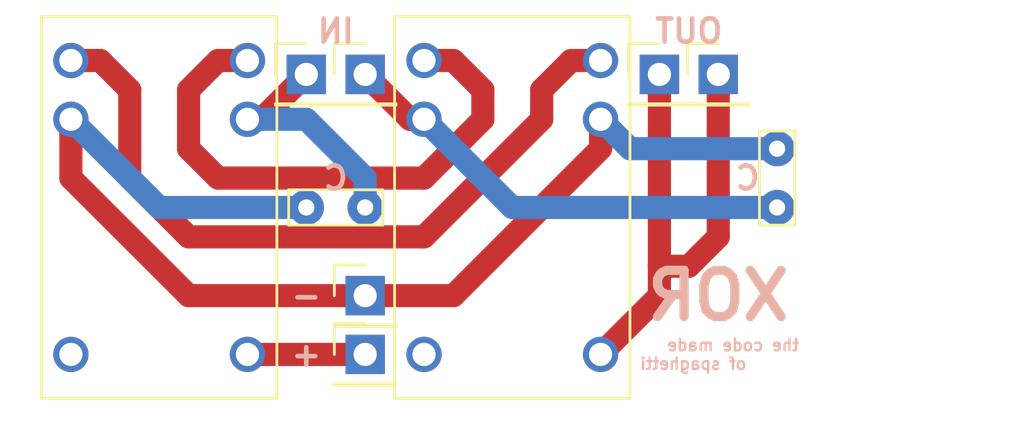
<source format=kicad_pcb>
(kicad_pcb (version 20171130) (host pcbnew "(5.1.6)-1")

  (general
    (thickness 1.6)
    (drawings 14)
    (tracks 45)
    (zones 0)
    (modules 10)
    (nets 2)
  )

  (page A4)
  (layers
    (0 F.Cu signal)
    (31 B.Cu signal)
    (32 B.Adhes user)
    (33 F.Adhes user)
    (34 B.Paste user)
    (35 F.Paste user)
    (36 B.SilkS user)
    (37 F.SilkS user)
    (38 B.Mask user)
    (39 F.Mask user)
    (40 Dwgs.User user)
    (41 Cmts.User user)
    (42 Eco1.User user)
    (43 Eco2.User user)
    (44 Edge.Cuts user)
    (45 Margin user)
    (46 B.CrtYd user)
    (47 F.CrtYd user)
    (48 B.Fab user)
    (49 F.Fab user)
  )

  (setup
    (last_trace_width 1)
    (user_trace_width 1)
    (trace_clearance 0.2)
    (zone_clearance 0.508)
    (zone_45_only no)
    (trace_min 0.2)
    (via_size 0.8)
    (via_drill 0.4)
    (via_min_size 0.4)
    (via_min_drill 0.3)
    (user_via 0.5 0.32)
    (user_via 2 1)
    (uvia_size 0.3)
    (uvia_drill 0.1)
    (uvias_allowed no)
    (uvia_min_size 0.2)
    (uvia_min_drill 0.1)
    (edge_width 0.05)
    (segment_width 0.2)
    (pcb_text_width 0.3)
    (pcb_text_size 1.5 1.5)
    (mod_edge_width 0.12)
    (mod_text_size 1 1)
    (mod_text_width 0.15)
    (pad_size 1.7 1.7)
    (pad_drill 1)
    (pad_to_mask_clearance 0.05)
    (aux_axis_origin 0 0)
    (visible_elements 7FFFFFFF)
    (pcbplotparams
      (layerselection 0x010fc_ffffffff)
      (usegerberextensions false)
      (usegerberattributes true)
      (usegerberadvancedattributes true)
      (creategerberjobfile true)
      (excludeedgelayer true)
      (linewidth 0.100000)
      (plotframeref false)
      (viasonmask false)
      (mode 1)
      (useauxorigin false)
      (hpglpennumber 1)
      (hpglpenspeed 20)
      (hpglpendiameter 15.000000)
      (psnegative false)
      (psa4output false)
      (plotreference true)
      (plotvalue true)
      (plotinvisibletext false)
      (padsonsilk false)
      (subtractmaskfromsilk false)
      (outputformat 1)
      (mirror false)
      (drillshape 1)
      (scaleselection 1)
      (outputdirectory ""))
  )

  (net 0 "")
  (net 1 GND)

  (net_class Default "This is the default net class."
    (clearance 0.2)
    (trace_width 0.25)
    (via_dia 0.8)
    (via_drill 0.4)
    (uvia_dia 0.3)
    (uvia_drill 0.1)
  )

  (module MiyakeFootprintLib:Condensor (layer F.Cu) (tedit 5ED1E7C6) (tstamp 5ED28E89)
    (at 106.68 80.01 90)
    (fp_text reference REF** (at 1.27 3.04 90) (layer F.Fab)
      (effects (font (size 1 1) (thickness 0.15)))
    )
    (fp_text value Condensor (at 1.27 2.04 90) (layer F.Fab)
      (effects (font (size 1 1) (thickness 0.15)))
    )
    (fp_line (start -0.762 -0.762) (end 3.302 -0.762) (layer F.SilkS) (width 0.12))
    (fp_line (start 3.302 -0.762) (end 3.302 0.762) (layer F.SilkS) (width 0.12))
    (fp_line (start 3.302 0.762) (end -0.762 0.762) (layer F.SilkS) (width 0.12))
    (fp_line (start -0.762 0.762) (end -0.762 -0.762) (layer F.SilkS) (width 0.12))
    (pad 2 thru_hole circle (at 2.54 0 90) (size 1.524 1.524) (drill 0.7) (layers *.Cu *.Mask))
    (pad 1 thru_hole circle (at 0 0 90) (size 1.524 1.524) (drill 0.7) (layers *.Cu *.Mask))
  )

  (module MiyakeFootprintLib:Condensor (layer F.Cu) (tedit 5ED1E7C6) (tstamp 5ED28E64)
    (at 86.36 80.01)
    (fp_text reference REF** (at 1.27 3.04) (layer F.Fab)
      (effects (font (size 1 1) (thickness 0.15)))
    )
    (fp_text value Condensor (at 1.27 2.04) (layer F.Fab)
      (effects (font (size 1 1) (thickness 0.15)))
    )
    (fp_line (start -0.762 -0.762) (end 3.302 -0.762) (layer F.SilkS) (width 0.12))
    (fp_line (start 3.302 -0.762) (end 3.302 0.762) (layer F.SilkS) (width 0.12))
    (fp_line (start 3.302 0.762) (end -0.762 0.762) (layer F.SilkS) (width 0.12))
    (fp_line (start -0.762 0.762) (end -0.762 -0.762) (layer F.SilkS) (width 0.12))
    (pad 2 thru_hole circle (at 2.54 0) (size 1.524 1.524) (drill 0.7) (layers *.Cu *.Mask))
    (pad 1 thru_hole circle (at 0 0) (size 1.524 1.524) (drill 0.7) (layers *.Cu *.Mask))
  )

  (module Connector_PinHeader_2.54mm:PinHeader_1x01_P2.54mm_Vertical (layer F.Cu) (tedit 59FED5CC) (tstamp 5ED2894E)
    (at 88.9 83.82)
    (descr "Through hole straight pin header, 1x01, 2.54mm pitch, single row")
    (tags "Through hole pin header THT 1x01 2.54mm single row")
    (fp_text reference REF** (at 0 -2.33) (layer F.Fab)
      (effects (font (size 1 1) (thickness 0.15)))
    )
    (fp_text value PinHeader_1x01_P2.54mm_Vertical (at 0 2.33) (layer F.Fab)
      (effects (font (size 1 1) (thickness 0.15)))
    )
    (fp_line (start 1.8 -1.8) (end -1.8 -1.8) (layer F.CrtYd) (width 0.05))
    (fp_line (start 1.8 1.8) (end 1.8 -1.8) (layer F.CrtYd) (width 0.05))
    (fp_line (start -1.8 1.8) (end 1.8 1.8) (layer F.CrtYd) (width 0.05))
    (fp_line (start -1.8 -1.8) (end -1.8 1.8) (layer F.CrtYd) (width 0.05))
    (fp_line (start -1.33 -1.33) (end 0 -1.33) (layer F.SilkS) (width 0.12))
    (fp_line (start -1.33 0) (end -1.33 -1.33) (layer F.SilkS) (width 0.12))
    (fp_line (start -1.33 1.27) (end 1.33 1.27) (layer F.SilkS) (width 0.12))
    (fp_line (start 1.33 1.27) (end 1.33 1.33) (layer F.SilkS) (width 0.12))
    (fp_line (start -1.33 1.27) (end -1.33 1.33) (layer F.SilkS) (width 0.12))
    (fp_line (start -1.33 1.33) (end 1.33 1.33) (layer F.SilkS) (width 0.12))
    (fp_line (start -1.27 -0.635) (end -0.635 -1.27) (layer F.Fab) (width 0.1))
    (fp_line (start -1.27 1.27) (end -1.27 -0.635) (layer F.Fab) (width 0.1))
    (fp_line (start 1.27 1.27) (end -1.27 1.27) (layer F.Fab) (width 0.1))
    (fp_line (start 1.27 -1.27) (end 1.27 1.27) (layer F.Fab) (width 0.1))
    (fp_line (start -0.635 -1.27) (end 1.27 -1.27) (layer F.Fab) (width 0.1))
    (fp_text user %R (at 0 0 90) (layer F.Fab)
      (effects (font (size 1 1) (thickness 0.15)))
    )
    (pad 1 thru_hole rect (at 0 0) (size 1.7 1.7) (drill 1) (layers *.Cu *.Mask))
    (model ${KISYS3DMOD}/Connector_PinHeader_2.54mm.3dshapes/PinHeader_1x01_P2.54mm_Vertical.wrl
      (at (xyz 0 0 0))
      (scale (xyz 1 1 1))
      (rotate (xyz 0 0 0))
    )
  )

  (module Connector_PinHeader_2.54mm:PinHeader_1x01_P2.54mm_Vertical (layer F.Cu) (tedit 59FED5CC) (tstamp 5ED28926)
    (at 88.9 86.36)
    (descr "Through hole straight pin header, 1x01, 2.54mm pitch, single row")
    (tags "Through hole pin header THT 1x01 2.54mm single row")
    (fp_text reference REF** (at 0 -2.33) (layer F.Fab)
      (effects (font (size 1 1) (thickness 0.15)))
    )
    (fp_text value PinHeader_1x01_P2.54mm_Vertical (at 0 2.33) (layer F.Fab)
      (effects (font (size 1 1) (thickness 0.15)))
    )
    (fp_text user %R (at 0 0 90) (layer F.Fab)
      (effects (font (size 1 1) (thickness 0.15)))
    )
    (fp_line (start -0.635 -1.27) (end 1.27 -1.27) (layer F.Fab) (width 0.1))
    (fp_line (start 1.27 -1.27) (end 1.27 1.27) (layer F.Fab) (width 0.1))
    (fp_line (start 1.27 1.27) (end -1.27 1.27) (layer F.Fab) (width 0.1))
    (fp_line (start -1.27 1.27) (end -1.27 -0.635) (layer F.Fab) (width 0.1))
    (fp_line (start -1.27 -0.635) (end -0.635 -1.27) (layer F.Fab) (width 0.1))
    (fp_line (start -1.33 1.33) (end 1.33 1.33) (layer F.SilkS) (width 0.12))
    (fp_line (start -1.33 1.27) (end -1.33 1.33) (layer F.SilkS) (width 0.12))
    (fp_line (start 1.33 1.27) (end 1.33 1.33) (layer F.SilkS) (width 0.12))
    (fp_line (start -1.33 1.27) (end 1.33 1.27) (layer F.SilkS) (width 0.12))
    (fp_line (start -1.33 0) (end -1.33 -1.33) (layer F.SilkS) (width 0.12))
    (fp_line (start -1.33 -1.33) (end 0 -1.33) (layer F.SilkS) (width 0.12))
    (fp_line (start -1.8 -1.8) (end -1.8 1.8) (layer F.CrtYd) (width 0.05))
    (fp_line (start -1.8 1.8) (end 1.8 1.8) (layer F.CrtYd) (width 0.05))
    (fp_line (start 1.8 1.8) (end 1.8 -1.8) (layer F.CrtYd) (width 0.05))
    (fp_line (start 1.8 -1.8) (end -1.8 -1.8) (layer F.CrtYd) (width 0.05))
    (pad 1 thru_hole rect (at 0 0) (size 1.7 1.7) (drill 1) (layers *.Cu *.Mask))
    (model ${KISYS3DMOD}/Connector_PinHeader_2.54mm.3dshapes/PinHeader_1x01_P2.54mm_Vertical.wrl
      (at (xyz 0 0 0))
      (scale (xyz 1 1 1))
      (rotate (xyz 0 0 0))
    )
  )

  (module Connector_PinHeader_2.54mm:PinHeader_1x01_P2.54mm_Vertical (layer F.Cu) (tedit 59FED5CC) (tstamp 5ED288FE)
    (at 104.14 74.26)
    (descr "Through hole straight pin header, 1x01, 2.54mm pitch, single row")
    (tags "Through hole pin header THT 1x01 2.54mm single row")
    (fp_text reference REF** (at 0 -2.33) (layer F.Fab)
      (effects (font (size 1 1) (thickness 0.15)))
    )
    (fp_text value PinHeader_1x01_P2.54mm_Vertical (at 0 2.33) (layer F.Fab)
      (effects (font (size 1 1) (thickness 0.15)))
    )
    (fp_line (start 1.8 -1.8) (end -1.8 -1.8) (layer F.CrtYd) (width 0.05))
    (fp_line (start 1.8 1.8) (end 1.8 -1.8) (layer F.CrtYd) (width 0.05))
    (fp_line (start -1.8 1.8) (end 1.8 1.8) (layer F.CrtYd) (width 0.05))
    (fp_line (start -1.8 -1.8) (end -1.8 1.8) (layer F.CrtYd) (width 0.05))
    (fp_line (start -1.33 -1.33) (end 0 -1.33) (layer F.SilkS) (width 0.12))
    (fp_line (start -1.33 0) (end -1.33 -1.33) (layer F.SilkS) (width 0.12))
    (fp_line (start -1.33 1.27) (end 1.33 1.27) (layer F.SilkS) (width 0.12))
    (fp_line (start 1.33 1.27) (end 1.33 1.33) (layer F.SilkS) (width 0.12))
    (fp_line (start -1.33 1.27) (end -1.33 1.33) (layer F.SilkS) (width 0.12))
    (fp_line (start -1.33 1.33) (end 1.33 1.33) (layer F.SilkS) (width 0.12))
    (fp_line (start -1.27 -0.635) (end -0.635 -1.27) (layer F.Fab) (width 0.1))
    (fp_line (start -1.27 1.27) (end -1.27 -0.635) (layer F.Fab) (width 0.1))
    (fp_line (start 1.27 1.27) (end -1.27 1.27) (layer F.Fab) (width 0.1))
    (fp_line (start 1.27 -1.27) (end 1.27 1.27) (layer F.Fab) (width 0.1))
    (fp_line (start -0.635 -1.27) (end 1.27 -1.27) (layer F.Fab) (width 0.1))
    (fp_text user %R (at 0 0 90) (layer F.Fab)
      (effects (font (size 1 1) (thickness 0.15)))
    )
    (pad 1 thru_hole rect (at 0 0) (size 1.7 1.7) (drill 1) (layers *.Cu *.Mask))
    (model ${KISYS3DMOD}/Connector_PinHeader_2.54mm.3dshapes/PinHeader_1x01_P2.54mm_Vertical.wrl
      (at (xyz 0 0 0))
      (scale (xyz 1 1 1))
      (rotate (xyz 0 0 0))
    )
  )

  (module Connector_PinHeader_2.54mm:PinHeader_1x01_P2.54mm_Vertical (layer F.Cu) (tedit 59FED5CC) (tstamp 5ED288D6)
    (at 101.6 74.26)
    (descr "Through hole straight pin header, 1x01, 2.54mm pitch, single row")
    (tags "Through hole pin header THT 1x01 2.54mm single row")
    (fp_text reference REF** (at 0 -2.33) (layer F.Fab)
      (effects (font (size 1 1) (thickness 0.15)))
    )
    (fp_text value PinHeader_1x01_P2.54mm_Vertical (at 0 2.33) (layer F.Fab)
      (effects (font (size 1 1) (thickness 0.15)))
    )
    (fp_text user %R (at 0 0 90) (layer F.Fab)
      (effects (font (size 1 1) (thickness 0.15)))
    )
    (fp_line (start -0.635 -1.27) (end 1.27 -1.27) (layer F.Fab) (width 0.1))
    (fp_line (start 1.27 -1.27) (end 1.27 1.27) (layer F.Fab) (width 0.1))
    (fp_line (start 1.27 1.27) (end -1.27 1.27) (layer F.Fab) (width 0.1))
    (fp_line (start -1.27 1.27) (end -1.27 -0.635) (layer F.Fab) (width 0.1))
    (fp_line (start -1.27 -0.635) (end -0.635 -1.27) (layer F.Fab) (width 0.1))
    (fp_line (start -1.33 1.33) (end 1.33 1.33) (layer F.SilkS) (width 0.12))
    (fp_line (start -1.33 1.27) (end -1.33 1.33) (layer F.SilkS) (width 0.12))
    (fp_line (start 1.33 1.27) (end 1.33 1.33) (layer F.SilkS) (width 0.12))
    (fp_line (start -1.33 1.27) (end 1.33 1.27) (layer F.SilkS) (width 0.12))
    (fp_line (start -1.33 0) (end -1.33 -1.33) (layer F.SilkS) (width 0.12))
    (fp_line (start -1.33 -1.33) (end 0 -1.33) (layer F.SilkS) (width 0.12))
    (fp_line (start -1.8 -1.8) (end -1.8 1.8) (layer F.CrtYd) (width 0.05))
    (fp_line (start -1.8 1.8) (end 1.8 1.8) (layer F.CrtYd) (width 0.05))
    (fp_line (start 1.8 1.8) (end 1.8 -1.8) (layer F.CrtYd) (width 0.05))
    (fp_line (start 1.8 -1.8) (end -1.8 -1.8) (layer F.CrtYd) (width 0.05))
    (pad 1 thru_hole rect (at 0 0) (size 1.7 1.7) (drill 1) (layers *.Cu *.Mask))
    (model ${KISYS3DMOD}/Connector_PinHeader_2.54mm.3dshapes/PinHeader_1x01_P2.54mm_Vertical.wrl
      (at (xyz 0 0 0))
      (scale (xyz 1 1 1))
      (rotate (xyz 0 0 0))
    )
  )

  (module Connector_PinHeader_2.54mm:PinHeader_1x01_P2.54mm_Vertical (layer F.Cu) (tedit 59FED5CC) (tstamp 5ED288AE)
    (at 88.9 74.26)
    (descr "Through hole straight pin header, 1x01, 2.54mm pitch, single row")
    (tags "Through hole pin header THT 1x01 2.54mm single row")
    (fp_text reference REF** (at 0 -2.33) (layer F.Fab)
      (effects (font (size 1 1) (thickness 0.15)))
    )
    (fp_text value PinHeader_1x01_P2.54mm_Vertical (at 0 2.33) (layer F.Fab)
      (effects (font (size 1 1) (thickness 0.15)))
    )
    (fp_line (start 1.8 -1.8) (end -1.8 -1.8) (layer F.CrtYd) (width 0.05))
    (fp_line (start 1.8 1.8) (end 1.8 -1.8) (layer F.CrtYd) (width 0.05))
    (fp_line (start -1.8 1.8) (end 1.8 1.8) (layer F.CrtYd) (width 0.05))
    (fp_line (start -1.8 -1.8) (end -1.8 1.8) (layer F.CrtYd) (width 0.05))
    (fp_line (start -1.33 -1.33) (end 0 -1.33) (layer F.SilkS) (width 0.12))
    (fp_line (start -1.33 0) (end -1.33 -1.33) (layer F.SilkS) (width 0.12))
    (fp_line (start -1.33 1.27) (end 1.33 1.27) (layer F.SilkS) (width 0.12))
    (fp_line (start 1.33 1.27) (end 1.33 1.33) (layer F.SilkS) (width 0.12))
    (fp_line (start -1.33 1.27) (end -1.33 1.33) (layer F.SilkS) (width 0.12))
    (fp_line (start -1.33 1.33) (end 1.33 1.33) (layer F.SilkS) (width 0.12))
    (fp_line (start -1.27 -0.635) (end -0.635 -1.27) (layer F.Fab) (width 0.1))
    (fp_line (start -1.27 1.27) (end -1.27 -0.635) (layer F.Fab) (width 0.1))
    (fp_line (start 1.27 1.27) (end -1.27 1.27) (layer F.Fab) (width 0.1))
    (fp_line (start 1.27 -1.27) (end 1.27 1.27) (layer F.Fab) (width 0.1))
    (fp_line (start -0.635 -1.27) (end 1.27 -1.27) (layer F.Fab) (width 0.1))
    (fp_text user %R (at 0 0 90) (layer F.Fab)
      (effects (font (size 1 1) (thickness 0.15)))
    )
    (pad 1 thru_hole rect (at 0 0) (size 1.7 1.7) (drill 1) (layers *.Cu *.Mask))
    (model ${KISYS3DMOD}/Connector_PinHeader_2.54mm.3dshapes/PinHeader_1x01_P2.54mm_Vertical.wrl
      (at (xyz 0 0 0))
      (scale (xyz 1 1 1))
      (rotate (xyz 0 0 0))
    )
  )

  (module Connector_PinHeader_2.54mm:PinHeader_1x01_P2.54mm_Vertical (layer F.Cu) (tedit 59FED5CC) (tstamp 5ED28864)
    (at 86.36 74.26)
    (descr "Through hole straight pin header, 1x01, 2.54mm pitch, single row")
    (tags "Through hole pin header THT 1x01 2.54mm single row")
    (fp_text reference REF** (at 0 -2.33) (layer F.Fab)
      (effects (font (size 1 1) (thickness 0.15)))
    )
    (fp_text value PinHeader_1x01_P2.54mm_Vertical (at 0 2.33) (layer F.Fab)
      (effects (font (size 1 1) (thickness 0.15)))
    )
    (fp_text user %R (at 0 0 90) (layer F.Fab)
      (effects (font (size 1 1) (thickness 0.15)))
    )
    (fp_line (start -0.635 -1.27) (end 1.27 -1.27) (layer F.Fab) (width 0.1))
    (fp_line (start 1.27 -1.27) (end 1.27 1.27) (layer F.Fab) (width 0.1))
    (fp_line (start 1.27 1.27) (end -1.27 1.27) (layer F.Fab) (width 0.1))
    (fp_line (start -1.27 1.27) (end -1.27 -0.635) (layer F.Fab) (width 0.1))
    (fp_line (start -1.27 -0.635) (end -0.635 -1.27) (layer F.Fab) (width 0.1))
    (fp_line (start -1.33 1.33) (end 1.33 1.33) (layer F.SilkS) (width 0.12))
    (fp_line (start -1.33 1.27) (end -1.33 1.33) (layer F.SilkS) (width 0.12))
    (fp_line (start 1.33 1.27) (end 1.33 1.33) (layer F.SilkS) (width 0.12))
    (fp_line (start -1.33 1.27) (end 1.33 1.27) (layer F.SilkS) (width 0.12))
    (fp_line (start -1.33 0) (end -1.33 -1.33) (layer F.SilkS) (width 0.12))
    (fp_line (start -1.33 -1.33) (end 0 -1.33) (layer F.SilkS) (width 0.12))
    (fp_line (start -1.8 -1.8) (end -1.8 1.8) (layer F.CrtYd) (width 0.05))
    (fp_line (start -1.8 1.8) (end 1.8 1.8) (layer F.CrtYd) (width 0.05))
    (fp_line (start 1.8 1.8) (end 1.8 -1.8) (layer F.CrtYd) (width 0.05))
    (fp_line (start 1.8 -1.8) (end -1.8 -1.8) (layer F.CrtYd) (width 0.05))
    (pad 1 thru_hole rect (at 0 0) (size 1.7 1.7) (drill 1) (layers *.Cu *.Mask))
    (model ${KISYS3DMOD}/Connector_PinHeader_2.54mm.3dshapes/PinHeader_1x01_P2.54mm_Vertical.wrl
      (at (xyz 0 0 0))
      (scale (xyz 1 1 1))
      (rotate (xyz 0 0 0))
    )
  )

  (module MiyakeFootprintLib:946H-1C-24D (layer F.Cu) (tedit 5ED07678) (tstamp 5ED2857B)
    (at 96.52 78.74)
    (fp_text reference REF** (at -2.54 0.635 -90) (layer F.Fab)
      (effects (font (size 1 1) (thickness 0.15)))
    )
    (fp_text value 946H-1C-24D (at -0.635 0.635 -90) (layer F.Fab)
      (effects (font (size 1 1) (thickness 0.15)))
    )
    (fp_line (start -6.35 -6.985) (end 3.81 -6.985) (layer F.SilkS) (width 0.12))
    (fp_line (start 3.81 -6.985) (end 3.81 9.525) (layer F.SilkS) (width 0.12))
    (fp_line (start 3.81 9.525) (end -6.35 9.525) (layer F.SilkS) (width 0.12))
    (fp_line (start -6.35 9.525) (end -6.35 -6.985) (layer F.SilkS) (width 0.12))
    (pad 6 thru_hole circle (at 2.54 7.62) (size 1.524 1.524) (drill 1) (layers *.Cu *.Mask))
    (pad 5 thru_hole circle (at -5.08 7.62) (size 1.524 1.524) (drill 1) (layers *.Cu *.Mask))
    (pad 4 thru_hole circle (at -5.08 -2.54) (size 1.524 1.524) (drill 1) (layers *.Cu *.Mask))
    (pad 3 thru_hole circle (at 2.54 -2.54) (size 1.524 1.524) (drill 1) (layers *.Cu *.Mask))
    (pad 2 thru_hole circle (at 2.54 -5.08) (size 1.524 1.524) (drill 1) (layers *.Cu *.Mask))
    (pad 1 thru_hole circle (at -5.08 -5.08) (size 1.524 1.524) (drill 1) (layers *.Cu *.Mask))
  )

  (module MiyakeFootprintLib:946H-1C-24D (layer F.Cu) (tedit 5ED07678) (tstamp 5ED2854D)
    (at 81.28 78.74)
    (fp_text reference REF** (at -2.54 0.635 -90) (layer F.Fab)
      (effects (font (size 1 1) (thickness 0.15)))
    )
    (fp_text value 946H-1C-24D (at -0.635 0.635 -90) (layer F.Fab)
      (effects (font (size 1 1) (thickness 0.15)))
    )
    (fp_line (start -6.35 9.525) (end -6.35 -6.985) (layer F.SilkS) (width 0.12))
    (fp_line (start 3.81 9.525) (end -6.35 9.525) (layer F.SilkS) (width 0.12))
    (fp_line (start 3.81 -6.985) (end 3.81 9.525) (layer F.SilkS) (width 0.12))
    (fp_line (start -6.35 -6.985) (end 3.81 -6.985) (layer F.SilkS) (width 0.12))
    (pad 1 thru_hole circle (at -5.08 -5.08) (size 1.524 1.524) (drill 1) (layers *.Cu *.Mask))
    (pad 2 thru_hole circle (at 2.54 -5.08) (size 1.524 1.524) (drill 1) (layers *.Cu *.Mask))
    (pad 3 thru_hole circle (at 2.54 -2.54) (size 1.524 1.524) (drill 1) (layers *.Cu *.Mask))
    (pad 4 thru_hole circle (at -5.08 -2.54) (size 1.524 1.524) (drill 1) (layers *.Cu *.Mask))
    (pad 5 thru_hole circle (at -5.08 7.62) (size 1.524 1.524) (drill 1) (layers *.Cu *.Mask))
    (pad 6 thru_hole circle (at 2.54 7.62) (size 1.524 1.524) (drill 1) (layers *.Cu *.Mask))
  )

  (gr_text C (at 105.41 78.74) (layer B.SilkS)
    (effects (font (size 1 1) (thickness 0.2)) (justify mirror))
  )
  (gr_text + (at 86.36 86.36) (layer B.SilkS)
    (effects (font (size 1 1) (thickness 0.2)) (justify mirror))
  )
  (gr_text - (at 86.36 83.82) (layer B.SilkS)
    (effects (font (size 1 1) (thickness 0.2)) (justify mirror))
  )
  (gr_text C (at 87.63 78.74) (layer B.SilkS)
    (effects (font (size 1 1) (thickness 0.2)) (justify mirror))
  )
  (gr_text OUT (at 102.87 72.39) (layer B.SilkS)
    (effects (font (size 1 1) (thickness 0.2)) (justify mirror))
  )
  (gr_text IN (at 87.63 72.39) (layer B.SilkS)
    (effects (font (size 1 1) (thickness 0.2)) (justify mirror))
  )
  (gr_text "the code made\n         of spaghetti" (at 104.775 86.36) (layer B.SilkS)
    (effects (font (size 0.5 0.5) (thickness 0.1)) (justify mirror))
  )
  (gr_text XOR (at 104.14 83.82) (layer B.SilkS)
    (effects (font (size 2 2) (thickness 0.4)) (justify mirror))
  )
  (gr_line (start 107.95 88.9) (end 106.68 88.9) (layer Dwgs.User) (width 0.15) (tstamp 5ED28F94))
  (gr_line (start 107.95 71.12) (end 107.95 88.9) (layer Dwgs.User) (width 0.15))
  (gr_line (start 105.41 71.12) (end 107.95 71.12) (layer Dwgs.User) (width 0.15))
  (gr_line (start 73.66 88.9) (end 73.66 71.12) (layer Dwgs.User) (width 0.15) (tstamp 5ED28EE4))
  (gr_line (start 106.68 88.9) (end 73.66 88.9) (layer Dwgs.User) (width 0.15))
  (gr_line (start 73.66 71.12) (end 106.68 71.12) (layer Dwgs.User) (width 0.15))

  (segment (start 84.42 76.2) (end 86.36 74.26) (width 1) (layer F.Cu) (net 0))
  (segment (start 83.82 76.2) (end 84.42 76.2) (width 1) (layer F.Cu) (net 0))
  (segment (start 90.84 76.2) (end 88.9 74.26) (width 1) (layer F.Cu) (net 0))
  (segment (start 91.44 76.2) (end 90.84 76.2) (width 1) (layer F.Cu) (net 0))
  (segment (start 88.9 86.36) (end 83.82 86.36) (width 1) (layer F.Cu) (net 0))
  (segment (start 76.2 76.2) (end 76.2 78.74) (width 1) (layer F.Cu) (net 0))
  (segment (start 81.28 83.82) (end 88.9 83.82) (width 1) (layer F.Cu) (net 0))
  (segment (start 76.2 78.74) (end 81.28 83.82) (width 1) (layer F.Cu) (net 0))
  (segment (start 99.06 76.2) (end 99.06 77.47) (width 1) (layer F.Cu) (net 0))
  (segment (start 92.71 83.82) (end 88.9 83.82) (width 1) (layer F.Cu) (net 0))
  (segment (start 99.06 77.47) (end 92.71 83.82) (width 1) (layer F.Cu) (net 0))
  (segment (start 99.06 86.36) (end 101.6 83.82) (width 1) (layer F.Cu) (net 0))
  (segment (start 101.6 80.01) (end 101.6 74.26) (width 1) (layer F.Cu) (net 0))
  (segment (start 82.55 73.66) (end 81.28 74.93) (width 1) (layer F.Cu) (net 0))
  (segment (start 83.82 73.66) (end 82.55 73.66) (width 1) (layer F.Cu) (net 0))
  (segment (start 81.28 74.93) (end 81.28 77.47) (width 1) (layer F.Cu) (net 0))
  (segment (start 81.28 77.47) (end 82.55 78.74) (width 1) (layer F.Cu) (net 0))
  (segment (start 82.55 78.74) (end 91.44 78.74) (width 1) (layer F.Cu) (net 0))
  (segment (start 91.44 78.74) (end 93.98 76.2) (width 1) (layer F.Cu) (net 0))
  (segment (start 93.98 76.2) (end 93.98 74.93) (width 1) (layer F.Cu) (net 0))
  (segment (start 93.98 74.93) (end 92.71 73.66) (width 1) (layer F.Cu) (net 0))
  (segment (start 92.71 73.66) (end 91.44 73.66) (width 1) (layer F.Cu) (net 0))
  (segment (start 96.52 76.2) (end 96.52 74.93) (width 1) (layer F.Cu) (net 0))
  (segment (start 97.79 73.66) (end 99.06 73.66) (width 1) (layer F.Cu) (net 0))
  (segment (start 91.44 81.28) (end 96.52 76.2) (width 1) (layer F.Cu) (net 0))
  (segment (start 77.47 73.66) (end 78.74 74.93) (width 1) (layer F.Cu) (net 0))
  (segment (start 96.52 74.93) (end 97.79 73.66) (width 1) (layer F.Cu) (net 0))
  (segment (start 78.74 74.93) (end 78.74 78.74) (width 1) (layer F.Cu) (net 0))
  (segment (start 76.2 73.66) (end 77.47 73.66) (width 1) (layer F.Cu) (net 0))
  (segment (start 78.74 78.74) (end 81.28 81.28) (width 1) (layer F.Cu) (net 0))
  (segment (start 81.28 81.28) (end 91.44 81.28) (width 1) (layer F.Cu) (net 0))
  (segment (start 80.01 80.01) (end 76.2 76.2) (width 1) (layer B.Cu) (net 0))
  (segment (start 86.36 80.01) (end 80.01 80.01) (width 1) (layer B.Cu) (net 0))
  (segment (start 88.9 80.01) (end 88.9 78.74) (width 1) (layer B.Cu) (net 0))
  (segment (start 86.36 76.2) (end 83.82 76.2) (width 1) (layer B.Cu) (net 0))
  (segment (start 88.9 78.74) (end 86.36 76.2) (width 1) (layer B.Cu) (net 0))
  (segment (start 102.87 82.55) (end 101.6 82.55) (width 1) (layer F.Cu) (net 0))
  (segment (start 104.14 81.28) (end 102.87 82.55) (width 1) (layer F.Cu) (net 0))
  (segment (start 104.14 74.26) (end 104.14 81.28) (width 1) (layer F.Cu) (net 0))
  (segment (start 101.6 83.82) (end 101.6 82.55) (width 1) (layer F.Cu) (net 0))
  (segment (start 101.6 82.55) (end 101.6 80.01) (width 1) (layer F.Cu) (net 0))
  (segment (start 100.33 77.47) (end 99.06 76.2) (width 1) (layer B.Cu) (net 0))
  (segment (start 95.25 80.01) (end 91.44 76.2) (width 1) (layer B.Cu) (net 0))
  (segment (start 100.33 77.47) (end 106.68 77.47) (width 1) (layer B.Cu) (net 0))
  (segment (start 95.25 80.01) (end 106.68 80.01) (width 1) (layer B.Cu) (net 0))

  (zone (net 1) (net_name GND) (layer F.Cu) (tstamp 0) (hatch edge 0.508)
    (connect_pads (clearance 0.508))
    (min_thickness 0.254)
    (fill yes (arc_segments 32) (thermal_gap 0.508) (thermal_bridge_width 0.508))
    (polygon
      (pts
        (xy 107.95 88.9) (xy 73.66 88.9) (xy 73.66 71.12) (xy 107.95 71.12)
      )
    )
  )
  (zone (net 1) (net_name GND) (layer B.Cu) (tstamp 0) (hatch edge 0.508)
    (connect_pads (clearance 0.508))
    (min_thickness 0.254)
    (fill yes (arc_segments 32) (thermal_gap 0.508) (thermal_bridge_width 0.508))
    (polygon
      (pts
        (xy 107.95 88.9) (xy 73.66 88.9) (xy 73.66 71.12) (xy 107.95 71.12)
      )
    )
  )
)

</source>
